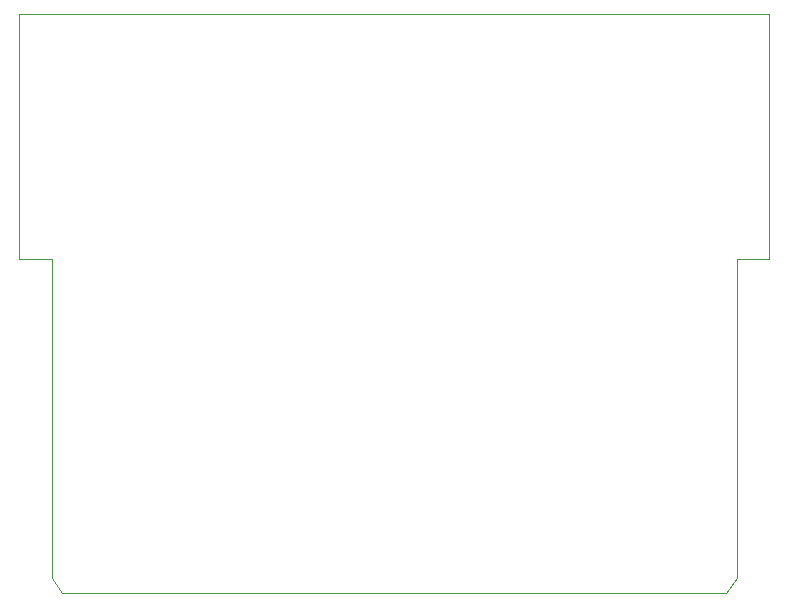
<source format=gm1>
G04 #@! TF.GenerationSoftware,KiCad,Pcbnew,(6.0.5)*
G04 #@! TF.CreationDate,2022-12-14T22:57:53+01:00*
G04 #@! TF.ProjectId,MDCC_512k,4d444343-5f35-4313-926b-2e6b69636164,C*
G04 #@! TF.SameCoordinates,Original*
G04 #@! TF.FileFunction,Profile,NP*
%FSLAX46Y46*%
G04 Gerber Fmt 4.6, Leading zero omitted, Abs format (unit mm)*
G04 Created by KiCad (PCBNEW (6.0.5)) date 2022-12-14 22:57:53*
%MOMM*%
%LPD*%
G01*
G04 APERTURE LIST*
G04 #@! TA.AperFunction,Profile*
%ADD10C,0.050000*%
G04 #@! TD*
G04 APERTURE END LIST*
D10*
X177501100Y-101193600D02*
X177501100Y-128203600D01*
X116751100Y-101193600D02*
X119501100Y-101193600D01*
X180251100Y-101193600D02*
X177501100Y-101193600D01*
X180251100Y-101193600D02*
X180251100Y-80503600D01*
X116751100Y-80503600D02*
X180251100Y-80503600D01*
X119501100Y-128203600D02*
X119501100Y-101193600D01*
X120401100Y-129503600D02*
X176601100Y-129503600D01*
X116751100Y-101193600D02*
X116751100Y-80503600D01*
X119501100Y-128203600D02*
X120401100Y-129503600D01*
X177501100Y-128203600D02*
X176601100Y-129503600D01*
M02*

</source>
